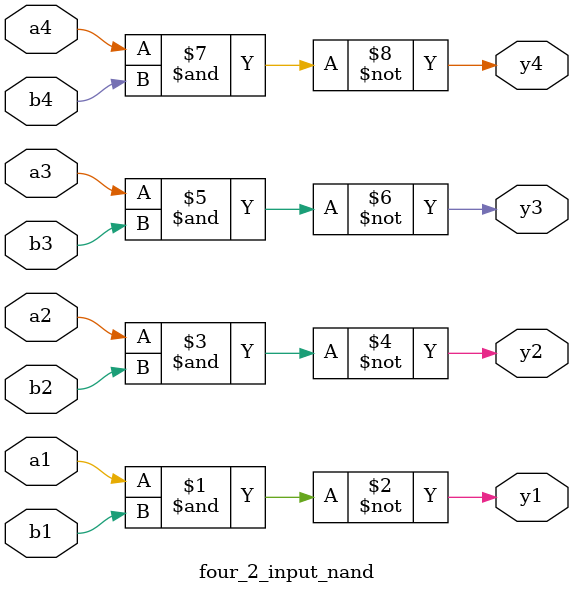
<source format=v>
`timescale 1ns / 1ps

module four_2_input_nand #(parameter DELAY = 10)(
    input wire a1,b1,a2,b2,a3,b3,a4,b4,
    output wire y1,y2,y3,y4
    );
    
    nand #DELAY (y1,a1,b1);
    nand #DELAY (y2,a2,b2);
    nand #DELAY (y3,a3,b3);
    nand #DELAY (y4,a4,b4);
    
endmodule

</source>
